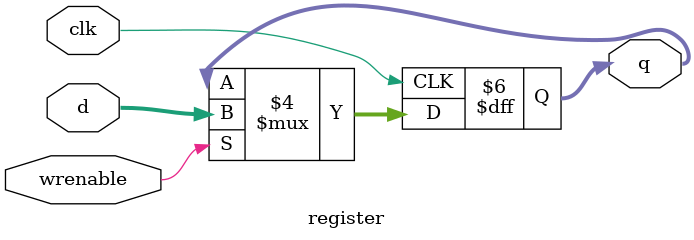
<source format=v>
module register(q, d, wrenable, clk);
input [31:0] d;
input wrenable;
input clk;
output reg [31:0] q;
initial q = 32'b0;

always @(posedge clk) begin
	if(wrenable) begin
		q = d;
	end
end

endmodule

</source>
